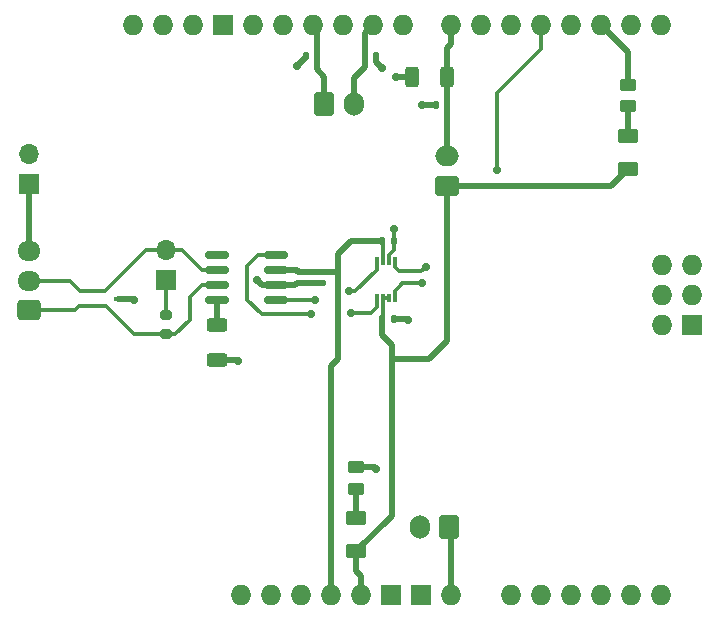
<source format=gtl>
G04 #@! TF.GenerationSoftware,KiCad,Pcbnew,7.0.8*
G04 #@! TF.CreationDate,2023-12-02T16:18:10-07:00*
G04 #@! TF.ProjectId,drs,6472732e-6b69-4636-9164-5f7063625858,v1*
G04 #@! TF.SameCoordinates,Original*
G04 #@! TF.FileFunction,Copper,L1,Top*
G04 #@! TF.FilePolarity,Positive*
%FSLAX46Y46*%
G04 Gerber Fmt 4.6, Leading zero omitted, Abs format (unit mm)*
G04 Created by KiCad (PCBNEW 7.0.8) date 2023-12-02 16:18:10*
%MOMM*%
%LPD*%
G01*
G04 APERTURE LIST*
G04 Aperture macros list*
%AMRoundRect*
0 Rectangle with rounded corners*
0 $1 Rounding radius*
0 $2 $3 $4 $5 $6 $7 $8 $9 X,Y pos of 4 corners*
0 Add a 4 corners polygon primitive as box body*
4,1,4,$2,$3,$4,$5,$6,$7,$8,$9,$2,$3,0*
0 Add four circle primitives for the rounded corners*
1,1,$1+$1,$2,$3*
1,1,$1+$1,$4,$5*
1,1,$1+$1,$6,$7*
1,1,$1+$1,$8,$9*
0 Add four rect primitives between the rounded corners*
20,1,$1+$1,$2,$3,$4,$5,0*
20,1,$1+$1,$4,$5,$6,$7,0*
20,1,$1+$1,$6,$7,$8,$9,0*
20,1,$1+$1,$8,$9,$2,$3,0*%
G04 Aperture macros list end*
G04 #@! TA.AperFunction,ComponentPad*
%ADD10RoundRect,0.250000X0.750000X-0.600000X0.750000X0.600000X-0.750000X0.600000X-0.750000X-0.600000X0*%
G04 #@! TD*
G04 #@! TA.AperFunction,ComponentPad*
%ADD11O,2.000000X1.700000*%
G04 #@! TD*
G04 #@! TA.AperFunction,SMDPad,CuDef*
%ADD12RoundRect,0.250000X0.312500X0.625000X-0.312500X0.625000X-0.312500X-0.625000X0.312500X-0.625000X0*%
G04 #@! TD*
G04 #@! TA.AperFunction,SMDPad,CuDef*
%ADD13RoundRect,0.200000X0.275000X-0.200000X0.275000X0.200000X-0.275000X0.200000X-0.275000X-0.200000X0*%
G04 #@! TD*
G04 #@! TA.AperFunction,SMDPad,CuDef*
%ADD14RoundRect,0.140000X-0.170000X0.140000X-0.170000X-0.140000X0.170000X-0.140000X0.170000X0.140000X0*%
G04 #@! TD*
G04 #@! TA.AperFunction,SMDPad,CuDef*
%ADD15RoundRect,0.140000X-0.140000X-0.170000X0.140000X-0.170000X0.140000X0.170000X-0.140000X0.170000X0*%
G04 #@! TD*
G04 #@! TA.AperFunction,ComponentPad*
%ADD16R,1.700000X1.700000*%
G04 #@! TD*
G04 #@! TA.AperFunction,ComponentPad*
%ADD17O,1.700000X1.700000*%
G04 #@! TD*
G04 #@! TA.AperFunction,SMDPad,CuDef*
%ADD18RoundRect,0.250000X0.450000X-0.262500X0.450000X0.262500X-0.450000X0.262500X-0.450000X-0.262500X0*%
G04 #@! TD*
G04 #@! TA.AperFunction,SMDPad,CuDef*
%ADD19RoundRect,0.250000X-0.625000X0.312500X-0.625000X-0.312500X0.625000X-0.312500X0.625000X0.312500X0*%
G04 #@! TD*
G04 #@! TA.AperFunction,SMDPad,CuDef*
%ADD20RoundRect,0.250000X-0.625000X0.375000X-0.625000X-0.375000X0.625000X-0.375000X0.625000X0.375000X0*%
G04 #@! TD*
G04 #@! TA.AperFunction,ComponentPad*
%ADD21RoundRect,0.250000X-0.600000X-0.750000X0.600000X-0.750000X0.600000X0.750000X-0.600000X0.750000X0*%
G04 #@! TD*
G04 #@! TA.AperFunction,ComponentPad*
%ADD22O,1.700000X2.000000*%
G04 #@! TD*
G04 #@! TA.AperFunction,SMDPad,CuDef*
%ADD23RoundRect,0.147500X0.147500X0.172500X-0.147500X0.172500X-0.147500X-0.172500X0.147500X-0.172500X0*%
G04 #@! TD*
G04 #@! TA.AperFunction,ComponentPad*
%ADD24O,1.727200X1.727200*%
G04 #@! TD*
G04 #@! TA.AperFunction,ComponentPad*
%ADD25R,1.727200X1.727200*%
G04 #@! TD*
G04 #@! TA.AperFunction,ComponentPad*
%ADD26RoundRect,0.250000X0.725000X-0.600000X0.725000X0.600000X-0.725000X0.600000X-0.725000X-0.600000X0*%
G04 #@! TD*
G04 #@! TA.AperFunction,ComponentPad*
%ADD27O,1.950000X1.700000*%
G04 #@! TD*
G04 #@! TA.AperFunction,SMDPad,CuDef*
%ADD28RoundRect,0.147500X-0.147500X-0.172500X0.147500X-0.172500X0.147500X0.172500X-0.147500X0.172500X0*%
G04 #@! TD*
G04 #@! TA.AperFunction,SMDPad,CuDef*
%ADD29R,0.300000X0.800000*%
G04 #@! TD*
G04 #@! TA.AperFunction,SMDPad,CuDef*
%ADD30R,0.700000X0.450000*%
G04 #@! TD*
G04 #@! TA.AperFunction,ComponentPad*
%ADD31RoundRect,0.250000X0.600000X0.750000X-0.600000X0.750000X-0.600000X-0.750000X0.600000X-0.750000X0*%
G04 #@! TD*
G04 #@! TA.AperFunction,SMDPad,CuDef*
%ADD32RoundRect,0.150000X0.825000X0.150000X-0.825000X0.150000X-0.825000X-0.150000X0.825000X-0.150000X0*%
G04 #@! TD*
G04 #@! TA.AperFunction,ViaPad*
%ADD33C,0.700000*%
G04 #@! TD*
G04 #@! TA.AperFunction,Conductor*
%ADD34C,0.500000*%
G04 #@! TD*
G04 #@! TA.AperFunction,Conductor*
%ADD35C,0.300000*%
G04 #@! TD*
G04 APERTURE END LIST*
D10*
X160275000Y-85150000D03*
D11*
X160275000Y-82650000D03*
D12*
X160262500Y-75900000D03*
X157337500Y-75900000D03*
D13*
X136500000Y-97725000D03*
X136500000Y-96075000D03*
D14*
X149700000Y-92420000D03*
X149700000Y-93380000D03*
D15*
X154820000Y-89800000D03*
X155780000Y-89800000D03*
D16*
X136500000Y-93100000D03*
D17*
X136500000Y-90560000D03*
D14*
X148200000Y-92420000D03*
X148200000Y-93380000D03*
D18*
X152600000Y-110812500D03*
X152600000Y-108987500D03*
X175600000Y-78412500D03*
X175600000Y-76587500D03*
D19*
X140800000Y-96937500D03*
X140800000Y-99862500D03*
D16*
X124900000Y-84975000D03*
D17*
X124900000Y-82435000D03*
D15*
X154820000Y-96400000D03*
X155780000Y-96400000D03*
D20*
X175600000Y-80900000D03*
X175600000Y-83700000D03*
D21*
X149900000Y-78200000D03*
D22*
X152400000Y-78200000D03*
D23*
X154285000Y-74200000D03*
X153315000Y-74200000D03*
D24*
X150460000Y-119800000D03*
X153000000Y-119800000D03*
X181067000Y-91860000D03*
X165700000Y-119800000D03*
X168240000Y-119800000D03*
X170780000Y-119800000D03*
X173320000Y-119800000D03*
X175860000Y-119800000D03*
X178400000Y-119800000D03*
X138776000Y-71540000D03*
X142840000Y-119800000D03*
X178400000Y-71540000D03*
X175860000Y-71540000D03*
X173320000Y-71540000D03*
X170780000Y-71540000D03*
X168240000Y-71540000D03*
X165700000Y-71540000D03*
X163160000Y-71540000D03*
X160620000Y-71540000D03*
X156556000Y-71540000D03*
X154016000Y-71540000D03*
X151476000Y-71540000D03*
X148936000Y-71540000D03*
X146396000Y-71540000D03*
X143856000Y-71540000D03*
D25*
X141316000Y-71540000D03*
X155540000Y-119800000D03*
X158080000Y-119800000D03*
X181067000Y-96940000D03*
D24*
X145380000Y-119800000D03*
X178527000Y-91860000D03*
X181067000Y-94400000D03*
X147920000Y-119800000D03*
X178527000Y-96940000D03*
X178527000Y-94400000D03*
X133696000Y-71540000D03*
X136236000Y-71540000D03*
X160620000Y-119800000D03*
D26*
X124875000Y-95700000D03*
D27*
X124875000Y-93200000D03*
X124875000Y-90700000D03*
D28*
X148315000Y-74200000D03*
X149285000Y-74200000D03*
D29*
X155850000Y-91550000D03*
X155350000Y-91550000D03*
X154850000Y-91550000D03*
X154350000Y-91550000D03*
X154350000Y-94650000D03*
X154850000Y-94650000D03*
X155350000Y-94650000D03*
X155850000Y-94650000D03*
D28*
X159330000Y-78300000D03*
X160300000Y-78300000D03*
D30*
X130400000Y-94050000D03*
X130400000Y-95350000D03*
X132400000Y-94700000D03*
D31*
X160500000Y-114000000D03*
D22*
X158000000Y-114000000D03*
D20*
X152600000Y-113300000D03*
X152600000Y-116100000D03*
D32*
X145775000Y-94805000D03*
X145775000Y-93535000D03*
X145775000Y-92265000D03*
X145775000Y-90995000D03*
X140825000Y-90995000D03*
X140825000Y-92265000D03*
X140825000Y-93535000D03*
X140825000Y-94805000D03*
D33*
X158500000Y-92000000D03*
X164500000Y-83800000D03*
X158200000Y-93400000D03*
X157000000Y-96500000D03*
X154800000Y-75200000D03*
X154300000Y-109100000D03*
X155800000Y-88800000D03*
X133800000Y-94800000D03*
X142600000Y-100000000D03*
X144200000Y-93100000D03*
X158200000Y-78300000D03*
X156000000Y-75900000D03*
X147600000Y-75000000D03*
X149100000Y-94800000D03*
X152000000Y-94100000D03*
X152200000Y-95900000D03*
X148800000Y-96000000D03*
D34*
X175600000Y-73820000D02*
X175600000Y-76587500D01*
X173320000Y-71540000D02*
X175600000Y-73820000D01*
D35*
X164500000Y-83800000D02*
X164500000Y-77300000D01*
X158100000Y-92400000D02*
X158500000Y-92000000D01*
X155850000Y-91550000D02*
X155850000Y-92050000D01*
X155850000Y-92050000D02*
X156200000Y-92400000D01*
X168240000Y-73560000D02*
X168240000Y-71540000D01*
X156200000Y-92400000D02*
X158100000Y-92400000D01*
X164500000Y-77300000D02*
X168240000Y-73560000D01*
X156300000Y-93600000D02*
X156500000Y-93400000D01*
X155850000Y-94650000D02*
X155850000Y-94050000D01*
X155850000Y-94050000D02*
X156300000Y-93600000D01*
X156500000Y-93400000D02*
X158200000Y-93400000D01*
D34*
X160312500Y-75700000D02*
X160312500Y-73487500D01*
X160275000Y-78237500D02*
X160312500Y-78200000D01*
X160312500Y-73487500D02*
X160620000Y-73180000D01*
X160275000Y-82650000D02*
X160275000Y-78237500D01*
X160312500Y-78200000D02*
X160312500Y-75700000D01*
X160620000Y-73180000D02*
X160620000Y-71540000D01*
X153315000Y-75085000D02*
X153315000Y-74200000D01*
X153315000Y-74200000D02*
X153315000Y-72241000D01*
X152400000Y-76000000D02*
X153315000Y-75085000D01*
X152400000Y-78200000D02*
X152400000Y-76000000D01*
X153315000Y-72241000D02*
X154016000Y-71540000D01*
X149285000Y-74200000D02*
X149285000Y-71889000D01*
X149900000Y-75900000D02*
X149285000Y-75285000D01*
X149900000Y-78200000D02*
X149900000Y-75900000D01*
X149285000Y-75285000D02*
X149285000Y-74200000D01*
X149285000Y-71889000D02*
X148936000Y-71540000D01*
X160620000Y-114120000D02*
X160500000Y-114000000D01*
X160620000Y-119800000D02*
X160620000Y-114120000D01*
X159330000Y-78300000D02*
X158200000Y-78300000D01*
X145775000Y-93535000D02*
X144635000Y-93535000D01*
X156900000Y-96400000D02*
X157000000Y-96500000D01*
D35*
X155350000Y-91005024D02*
X155780000Y-90575024D01*
D34*
X148200000Y-93380000D02*
X147620000Y-93380000D01*
X154187500Y-108987500D02*
X154300000Y-109100000D01*
X133700000Y-94700000D02*
X133800000Y-94800000D01*
D35*
X155780000Y-88820000D02*
X155800000Y-88800000D01*
D34*
X148315000Y-74285000D02*
X147600000Y-75000000D01*
X154285000Y-74685000D02*
X154800000Y-75200000D01*
X147620000Y-93380000D02*
X147465000Y-93535000D01*
X132400000Y-94700000D02*
X133700000Y-94700000D01*
X152600000Y-108987500D02*
X154187500Y-108987500D01*
X157337500Y-75900000D02*
X156000000Y-75900000D01*
X155780000Y-96400000D02*
X156900000Y-96400000D01*
X148315000Y-74200000D02*
X148315000Y-74285000D01*
D35*
X155780000Y-90575024D02*
X155780000Y-89800000D01*
D34*
X149700000Y-93380000D02*
X148200000Y-93380000D01*
X154285000Y-74200000D02*
X154285000Y-74685000D01*
X140800000Y-99862500D02*
X142462500Y-99862500D01*
D35*
X155350000Y-91550000D02*
X155350000Y-91005024D01*
D34*
X142462500Y-99862500D02*
X142600000Y-100000000D01*
X147465000Y-93535000D02*
X145775000Y-93535000D01*
D35*
X155780000Y-89800000D02*
X155780000Y-88820000D01*
D34*
X144635000Y-93535000D02*
X144200000Y-93100000D01*
D35*
X154850000Y-89830000D02*
X154820000Y-89800000D01*
D34*
X147565000Y-92265000D02*
X145775000Y-92265000D01*
X148200000Y-92420000D02*
X149700000Y-92420000D01*
X154820000Y-89800000D02*
X152200000Y-89800000D01*
X149700000Y-92420000D02*
X151080000Y-92420000D01*
X151100000Y-99800000D02*
X151100000Y-92400000D01*
X150460000Y-119800000D02*
X150460000Y-100440000D01*
X151700000Y-90300000D02*
X151100000Y-90900000D01*
X151100000Y-90900000D02*
X151100000Y-92400000D01*
X151080000Y-92420000D02*
X151100000Y-92400000D01*
X147720000Y-92420000D02*
X147565000Y-92265000D01*
X148200000Y-92420000D02*
X147720000Y-92420000D01*
X152200000Y-89800000D02*
X151700000Y-90300000D01*
X150460000Y-100440000D02*
X151100000Y-99800000D01*
D35*
X154850000Y-91550000D02*
X154850000Y-89830000D01*
X137860000Y-90560000D02*
X136500000Y-90560000D01*
X128400000Y-93200000D02*
X124875000Y-93200000D01*
X139565000Y-92265000D02*
X137860000Y-90560000D01*
X130400000Y-94050000D02*
X131350000Y-94050000D01*
X130400000Y-94050000D02*
X129250000Y-94050000D01*
X134840000Y-90560000D02*
X136500000Y-90560000D01*
X129250000Y-94050000D02*
X128400000Y-93200000D01*
X140825000Y-92265000D02*
X139565000Y-92265000D01*
X131350000Y-94050000D02*
X134840000Y-90560000D01*
X124875000Y-95700000D02*
X128800000Y-95700000D01*
X138500000Y-94600000D02*
X139565000Y-93535000D01*
X138500000Y-96500000D02*
X138500000Y-94600000D01*
X129150000Y-95350000D02*
X130400000Y-95350000D01*
X139565000Y-93535000D02*
X140825000Y-93535000D01*
X131450000Y-95350000D02*
X133825000Y-97725000D01*
X133825000Y-97725000D02*
X136500000Y-97725000D01*
X130400000Y-95350000D02*
X131450000Y-95350000D01*
X128800000Y-95700000D02*
X129150000Y-95350000D01*
X136500000Y-97725000D02*
X137275000Y-97725000D01*
X137275000Y-97725000D02*
X138500000Y-96500000D01*
D34*
X140800000Y-94830000D02*
X140825000Y-94805000D01*
X140800000Y-96937500D02*
X140800000Y-94830000D01*
X154800000Y-97800000D02*
X154820000Y-97780000D01*
X158800000Y-99800000D02*
X155700000Y-99800000D01*
X174150000Y-85150000D02*
X175600000Y-83700000D01*
D35*
X154850000Y-94650000D02*
X155350000Y-94650000D01*
D34*
X152600000Y-117800000D02*
X152600000Y-116100000D01*
D35*
X154850000Y-94650000D02*
X154850000Y-96370000D01*
D34*
X160275000Y-85150000D02*
X160275000Y-98325000D01*
X154820000Y-97780000D02*
X154820000Y-96400000D01*
X152600000Y-116100000D02*
X155600000Y-113100000D01*
X160275000Y-98325000D02*
X158800000Y-99800000D01*
X153000000Y-119800000D02*
X153000000Y-118200000D01*
X155600000Y-113100000D02*
X155600000Y-99700000D01*
X160275000Y-85150000D02*
X174150000Y-85150000D01*
X155700000Y-99800000D02*
X155600000Y-99700000D01*
D35*
X154850000Y-96370000D02*
X154820000Y-96400000D01*
D34*
X153000000Y-118200000D02*
X152600000Y-117800000D01*
X155600000Y-99700000D02*
X155600000Y-98600000D01*
X155600000Y-98600000D02*
X154800000Y-97800000D01*
D35*
X152000000Y-94100000D02*
X152500000Y-94100000D01*
X149095000Y-94805000D02*
X149100000Y-94800000D01*
X154350000Y-92250000D02*
X154350000Y-91550000D01*
X145775000Y-94805000D02*
X149095000Y-94805000D01*
X152500000Y-94100000D02*
X154350000Y-92250000D01*
X143400000Y-91900000D02*
X143400000Y-94800000D01*
X144305000Y-90995000D02*
X143400000Y-91900000D01*
X145775000Y-90995000D02*
X144305000Y-90995000D01*
X154350000Y-95450000D02*
X153900000Y-95900000D01*
X154350000Y-94650000D02*
X154350000Y-95450000D01*
X143400000Y-94800000D02*
X144600000Y-96000000D01*
X144600000Y-96000000D02*
X148800000Y-96000000D01*
X153900000Y-95900000D02*
X152200000Y-95900000D01*
X136500000Y-93100000D02*
X136500000Y-96075000D01*
D34*
X152600000Y-110812500D02*
X152600000Y-113300000D01*
X175600000Y-78412500D02*
X175600000Y-80900000D01*
X124875000Y-85000000D02*
X124900000Y-84975000D01*
X124875000Y-90700000D02*
X124875000Y-85000000D01*
M02*

</source>
